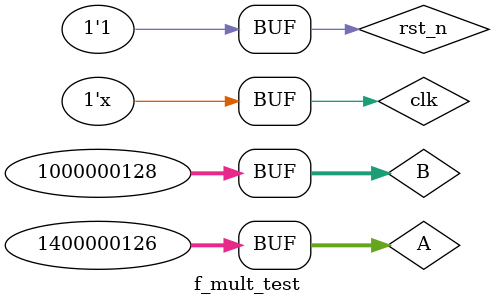
<source format=v>
`timescale 1ns/1ns
module f_mult_test;
	reg clk;
	reg rst_n;
	reg [31:0] A;
	reg [31:0] B;
	wire[31:0] C;
	wire error_flag;
	
	f_mult u1 (.A1(A),
			   .B1(B),
			   .C(C),
			   .clk(clk),
			   .rst_n(rst_n),
			   .error_flag(error_flag));

	initial
		begin
			clk = 0;
			rst_n = 0;
			#10;rst_n  = 1;
			A = 32'h41360000;
			B = 32'h41a4c000;
			#1000;
			A=32'h3fc00000;
			B=32'h3fc00000;
			#1000;
			A=32'h3fe00000;
			B=32'h3fe00000;
			#1000;
			A=32'h53724E7E;
			B=32'h3B9ACA80;
		
		end
	always #10 clk= ~clk ;	
endmodule

</source>
